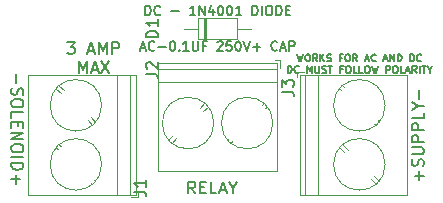
<source format=gbr>
%TF.GenerationSoftware,KiCad,Pcbnew,(6.0.7)*%
%TF.CreationDate,2022-10-05T08:21:53-05:00*%
%TF.ProjectId,SolenoidHandlerBoard,536f6c65-6e6f-4696-9448-616e646c6572,rev?*%
%TF.SameCoordinates,Original*%
%TF.FileFunction,Legend,Top*%
%TF.FilePolarity,Positive*%
%FSLAX46Y46*%
G04 Gerber Fmt 4.6, Leading zero omitted, Abs format (unit mm)*
G04 Created by KiCad (PCBNEW (6.0.7)) date 2022-10-05 08:21:53*
%MOMM*%
%LPD*%
G01*
G04 APERTURE LIST*
%ADD10C,0.150000*%
%ADD11C,0.120000*%
G04 APERTURE END LIST*
D10*
X116428571Y-90357142D02*
X116428571Y-91119047D01*
X116095238Y-91547619D02*
X116047619Y-91690476D01*
X116047619Y-91928571D01*
X116095238Y-92023809D01*
X116142857Y-92071428D01*
X116238095Y-92119047D01*
X116333333Y-92119047D01*
X116428571Y-92071428D01*
X116476190Y-92023809D01*
X116523809Y-91928571D01*
X116571428Y-91738095D01*
X116619047Y-91642857D01*
X116666666Y-91595238D01*
X116761904Y-91547619D01*
X116857142Y-91547619D01*
X116952380Y-91595238D01*
X117000000Y-91642857D01*
X117047619Y-91738095D01*
X117047619Y-91976190D01*
X117000000Y-92119047D01*
X117047619Y-92738095D02*
X117047619Y-92928571D01*
X117000000Y-93023809D01*
X116904761Y-93119047D01*
X116714285Y-93166666D01*
X116380952Y-93166666D01*
X116190476Y-93119047D01*
X116095238Y-93023809D01*
X116047619Y-92928571D01*
X116047619Y-92738095D01*
X116095238Y-92642857D01*
X116190476Y-92547619D01*
X116380952Y-92500000D01*
X116714285Y-92500000D01*
X116904761Y-92547619D01*
X117000000Y-92642857D01*
X117047619Y-92738095D01*
X116047619Y-94071428D02*
X116047619Y-93595238D01*
X117047619Y-93595238D01*
X116571428Y-94404761D02*
X116571428Y-94738095D01*
X116047619Y-94880952D02*
X116047619Y-94404761D01*
X117047619Y-94404761D01*
X117047619Y-94880952D01*
X116047619Y-95309523D02*
X117047619Y-95309523D01*
X116047619Y-95880952D01*
X117047619Y-95880952D01*
X117047619Y-96547619D02*
X117047619Y-96738095D01*
X117000000Y-96833333D01*
X116904761Y-96928571D01*
X116714285Y-96976190D01*
X116380952Y-96976190D01*
X116190476Y-96928571D01*
X116095238Y-96833333D01*
X116047619Y-96738095D01*
X116047619Y-96547619D01*
X116095238Y-96452380D01*
X116190476Y-96357142D01*
X116380952Y-96309523D01*
X116714285Y-96309523D01*
X116904761Y-96357142D01*
X117000000Y-96452380D01*
X117047619Y-96547619D01*
X116047619Y-97404761D02*
X117047619Y-97404761D01*
X116047619Y-97880952D02*
X117047619Y-97880952D01*
X117047619Y-98119047D01*
X117000000Y-98261904D01*
X116904761Y-98357142D01*
X116809523Y-98404761D01*
X116619047Y-98452380D01*
X116476190Y-98452380D01*
X116285714Y-98404761D01*
X116190476Y-98357142D01*
X116095238Y-98261904D01*
X116047619Y-98119047D01*
X116047619Y-97880952D01*
X116428571Y-98880952D02*
X116428571Y-99642857D01*
X116047619Y-99261904D02*
X116809523Y-99261904D01*
X131595238Y-100452380D02*
X131261904Y-99976190D01*
X131023809Y-100452380D02*
X131023809Y-99452380D01*
X131404761Y-99452380D01*
X131500000Y-99500000D01*
X131547619Y-99547619D01*
X131595238Y-99642857D01*
X131595238Y-99785714D01*
X131547619Y-99880952D01*
X131500000Y-99928571D01*
X131404761Y-99976190D01*
X131023809Y-99976190D01*
X132023809Y-99928571D02*
X132357142Y-99928571D01*
X132500000Y-100452380D02*
X132023809Y-100452380D01*
X132023809Y-99452380D01*
X132500000Y-99452380D01*
X133404761Y-100452380D02*
X132928571Y-100452380D01*
X132928571Y-99452380D01*
X133690476Y-100166666D02*
X134166666Y-100166666D01*
X133595238Y-100452380D02*
X133928571Y-99452380D01*
X134261904Y-100452380D01*
X134785714Y-99976190D02*
X134785714Y-100452380D01*
X134452380Y-99452380D02*
X134785714Y-99976190D01*
X135119047Y-99452380D01*
X127385714Y-85361904D02*
X127385714Y-84561904D01*
X127576190Y-84561904D01*
X127690476Y-84600000D01*
X127766666Y-84676190D01*
X127804761Y-84752380D01*
X127842857Y-84904761D01*
X127842857Y-85019047D01*
X127804761Y-85171428D01*
X127766666Y-85247619D01*
X127690476Y-85323809D01*
X127576190Y-85361904D01*
X127385714Y-85361904D01*
X128642857Y-85285714D02*
X128604761Y-85323809D01*
X128490476Y-85361904D01*
X128414285Y-85361904D01*
X128300000Y-85323809D01*
X128223809Y-85247619D01*
X128185714Y-85171428D01*
X128147619Y-85019047D01*
X128147619Y-84904761D01*
X128185714Y-84752380D01*
X128223809Y-84676190D01*
X128300000Y-84600000D01*
X128414285Y-84561904D01*
X128490476Y-84561904D01*
X128604761Y-84600000D01*
X128642857Y-84638095D01*
X129595238Y-85057142D02*
X130204761Y-85057142D01*
X131614285Y-85361904D02*
X131157142Y-85361904D01*
X131385714Y-85361904D02*
X131385714Y-84561904D01*
X131309523Y-84676190D01*
X131233333Y-84752380D01*
X131157142Y-84790476D01*
X131957142Y-85361904D02*
X131957142Y-84561904D01*
X132414285Y-85361904D01*
X132414285Y-84561904D01*
X133138095Y-84828571D02*
X133138095Y-85361904D01*
X132947619Y-84523809D02*
X132757142Y-85095238D01*
X133252380Y-85095238D01*
X133709523Y-84561904D02*
X133785714Y-84561904D01*
X133861904Y-84600000D01*
X133900000Y-84638095D01*
X133938095Y-84714285D01*
X133976190Y-84866666D01*
X133976190Y-85057142D01*
X133938095Y-85209523D01*
X133900000Y-85285714D01*
X133861904Y-85323809D01*
X133785714Y-85361904D01*
X133709523Y-85361904D01*
X133633333Y-85323809D01*
X133595238Y-85285714D01*
X133557142Y-85209523D01*
X133519047Y-85057142D01*
X133519047Y-84866666D01*
X133557142Y-84714285D01*
X133595238Y-84638095D01*
X133633333Y-84600000D01*
X133709523Y-84561904D01*
X134471428Y-84561904D02*
X134547619Y-84561904D01*
X134623809Y-84600000D01*
X134661904Y-84638095D01*
X134700000Y-84714285D01*
X134738095Y-84866666D01*
X134738095Y-85057142D01*
X134700000Y-85209523D01*
X134661904Y-85285714D01*
X134623809Y-85323809D01*
X134547619Y-85361904D01*
X134471428Y-85361904D01*
X134395238Y-85323809D01*
X134357142Y-85285714D01*
X134319047Y-85209523D01*
X134280952Y-85057142D01*
X134280952Y-84866666D01*
X134319047Y-84714285D01*
X134357142Y-84638095D01*
X134395238Y-84600000D01*
X134471428Y-84561904D01*
X135500000Y-85361904D02*
X135042857Y-85361904D01*
X135271428Y-85361904D02*
X135271428Y-84561904D01*
X135195238Y-84676190D01*
X135119047Y-84752380D01*
X135042857Y-84790476D01*
X136452380Y-85361904D02*
X136452380Y-84561904D01*
X136642857Y-84561904D01*
X136757142Y-84600000D01*
X136833333Y-84676190D01*
X136871428Y-84752380D01*
X136909523Y-84904761D01*
X136909523Y-85019047D01*
X136871428Y-85171428D01*
X136833333Y-85247619D01*
X136757142Y-85323809D01*
X136642857Y-85361904D01*
X136452380Y-85361904D01*
X137252380Y-85361904D02*
X137252380Y-84561904D01*
X137785714Y-84561904D02*
X137938095Y-84561904D01*
X138014285Y-84600000D01*
X138090476Y-84676190D01*
X138128571Y-84828571D01*
X138128571Y-85095238D01*
X138090476Y-85247619D01*
X138014285Y-85323809D01*
X137938095Y-85361904D01*
X137785714Y-85361904D01*
X137709523Y-85323809D01*
X137633333Y-85247619D01*
X137595238Y-85095238D01*
X137595238Y-84828571D01*
X137633333Y-84676190D01*
X137709523Y-84600000D01*
X137785714Y-84561904D01*
X138471428Y-85361904D02*
X138471428Y-84561904D01*
X138661904Y-84561904D01*
X138776190Y-84600000D01*
X138852380Y-84676190D01*
X138890476Y-84752380D01*
X138928571Y-84904761D01*
X138928571Y-85019047D01*
X138890476Y-85171428D01*
X138852380Y-85247619D01*
X138776190Y-85323809D01*
X138661904Y-85361904D01*
X138471428Y-85361904D01*
X139271428Y-84942857D02*
X139538095Y-84942857D01*
X139652380Y-85361904D02*
X139271428Y-85361904D01*
X139271428Y-84561904D01*
X139652380Y-84561904D01*
X140228571Y-88688428D02*
X140371428Y-89288428D01*
X140485714Y-88859857D01*
X140600000Y-89288428D01*
X140742857Y-88688428D01*
X141085714Y-88688428D02*
X141200000Y-88688428D01*
X141257142Y-88717000D01*
X141314285Y-88774142D01*
X141342857Y-88888428D01*
X141342857Y-89088428D01*
X141314285Y-89202714D01*
X141257142Y-89259857D01*
X141200000Y-89288428D01*
X141085714Y-89288428D01*
X141028571Y-89259857D01*
X140971428Y-89202714D01*
X140942857Y-89088428D01*
X140942857Y-88888428D01*
X140971428Y-88774142D01*
X141028571Y-88717000D01*
X141085714Y-88688428D01*
X141942857Y-89288428D02*
X141742857Y-89002714D01*
X141600000Y-89288428D02*
X141600000Y-88688428D01*
X141828571Y-88688428D01*
X141885714Y-88717000D01*
X141914285Y-88745571D01*
X141942857Y-88802714D01*
X141942857Y-88888428D01*
X141914285Y-88945571D01*
X141885714Y-88974142D01*
X141828571Y-89002714D01*
X141600000Y-89002714D01*
X142200000Y-89288428D02*
X142200000Y-88688428D01*
X142542857Y-89288428D02*
X142285714Y-88945571D01*
X142542857Y-88688428D02*
X142200000Y-89031285D01*
X142771428Y-89259857D02*
X142857142Y-89288428D01*
X143000000Y-89288428D01*
X143057142Y-89259857D01*
X143085714Y-89231285D01*
X143114285Y-89174142D01*
X143114285Y-89117000D01*
X143085714Y-89059857D01*
X143057142Y-89031285D01*
X143000000Y-89002714D01*
X142885714Y-88974142D01*
X142828571Y-88945571D01*
X142800000Y-88917000D01*
X142771428Y-88859857D01*
X142771428Y-88802714D01*
X142800000Y-88745571D01*
X142828571Y-88717000D01*
X142885714Y-88688428D01*
X143028571Y-88688428D01*
X143114285Y-88717000D01*
X144028571Y-88974142D02*
X143828571Y-88974142D01*
X143828571Y-89288428D02*
X143828571Y-88688428D01*
X144114285Y-88688428D01*
X144457142Y-88688428D02*
X144571428Y-88688428D01*
X144628571Y-88717000D01*
X144685714Y-88774142D01*
X144714285Y-88888428D01*
X144714285Y-89088428D01*
X144685714Y-89202714D01*
X144628571Y-89259857D01*
X144571428Y-89288428D01*
X144457142Y-89288428D01*
X144400000Y-89259857D01*
X144342857Y-89202714D01*
X144314285Y-89088428D01*
X144314285Y-88888428D01*
X144342857Y-88774142D01*
X144400000Y-88717000D01*
X144457142Y-88688428D01*
X145314285Y-89288428D02*
X145114285Y-89002714D01*
X144971428Y-89288428D02*
X144971428Y-88688428D01*
X145200000Y-88688428D01*
X145257142Y-88717000D01*
X145285714Y-88745571D01*
X145314285Y-88802714D01*
X145314285Y-88888428D01*
X145285714Y-88945571D01*
X145257142Y-88974142D01*
X145200000Y-89002714D01*
X144971428Y-89002714D01*
X146000000Y-89117000D02*
X146285714Y-89117000D01*
X145942857Y-89288428D02*
X146142857Y-88688428D01*
X146342857Y-89288428D01*
X146885714Y-89231285D02*
X146857142Y-89259857D01*
X146771428Y-89288428D01*
X146714285Y-89288428D01*
X146628571Y-89259857D01*
X146571428Y-89202714D01*
X146542857Y-89145571D01*
X146514285Y-89031285D01*
X146514285Y-88945571D01*
X146542857Y-88831285D01*
X146571428Y-88774142D01*
X146628571Y-88717000D01*
X146714285Y-88688428D01*
X146771428Y-88688428D01*
X146857142Y-88717000D01*
X146885714Y-88745571D01*
X147571428Y-89117000D02*
X147857142Y-89117000D01*
X147514285Y-89288428D02*
X147714285Y-88688428D01*
X147914285Y-89288428D01*
X148114285Y-89288428D02*
X148114285Y-88688428D01*
X148457142Y-89288428D01*
X148457142Y-88688428D01*
X148742857Y-89288428D02*
X148742857Y-88688428D01*
X148885714Y-88688428D01*
X148971428Y-88717000D01*
X149028571Y-88774142D01*
X149057142Y-88831285D01*
X149085714Y-88945571D01*
X149085714Y-89031285D01*
X149057142Y-89145571D01*
X149028571Y-89202714D01*
X148971428Y-89259857D01*
X148885714Y-89288428D01*
X148742857Y-89288428D01*
X149800000Y-89288428D02*
X149800000Y-88688428D01*
X149942857Y-88688428D01*
X150028571Y-88717000D01*
X150085714Y-88774142D01*
X150114285Y-88831285D01*
X150142857Y-88945571D01*
X150142857Y-89031285D01*
X150114285Y-89145571D01*
X150085714Y-89202714D01*
X150028571Y-89259857D01*
X149942857Y-89288428D01*
X149800000Y-89288428D01*
X150742857Y-89231285D02*
X150714285Y-89259857D01*
X150628571Y-89288428D01*
X150571428Y-89288428D01*
X150485714Y-89259857D01*
X150428571Y-89202714D01*
X150400000Y-89145571D01*
X150371428Y-89031285D01*
X150371428Y-88945571D01*
X150400000Y-88831285D01*
X150428571Y-88774142D01*
X150485714Y-88717000D01*
X150571428Y-88688428D01*
X150628571Y-88688428D01*
X150714285Y-88717000D01*
X150742857Y-88745571D01*
X139428571Y-90254428D02*
X139428571Y-89654428D01*
X139571428Y-89654428D01*
X139657142Y-89683000D01*
X139714285Y-89740142D01*
X139742857Y-89797285D01*
X139771428Y-89911571D01*
X139771428Y-89997285D01*
X139742857Y-90111571D01*
X139714285Y-90168714D01*
X139657142Y-90225857D01*
X139571428Y-90254428D01*
X139428571Y-90254428D01*
X140371428Y-90197285D02*
X140342857Y-90225857D01*
X140257142Y-90254428D01*
X140200000Y-90254428D01*
X140114285Y-90225857D01*
X140057142Y-90168714D01*
X140028571Y-90111571D01*
X140000000Y-89997285D01*
X140000000Y-89911571D01*
X140028571Y-89797285D01*
X140057142Y-89740142D01*
X140114285Y-89683000D01*
X140200000Y-89654428D01*
X140257142Y-89654428D01*
X140342857Y-89683000D01*
X140371428Y-89711571D01*
X141085714Y-90254428D02*
X141085714Y-89654428D01*
X141285714Y-90083000D01*
X141485714Y-89654428D01*
X141485714Y-90254428D01*
X141771428Y-89654428D02*
X141771428Y-90140142D01*
X141800000Y-90197285D01*
X141828571Y-90225857D01*
X141885714Y-90254428D01*
X142000000Y-90254428D01*
X142057142Y-90225857D01*
X142085714Y-90197285D01*
X142114285Y-90140142D01*
X142114285Y-89654428D01*
X142371428Y-90225857D02*
X142457142Y-90254428D01*
X142600000Y-90254428D01*
X142657142Y-90225857D01*
X142685714Y-90197285D01*
X142714285Y-90140142D01*
X142714285Y-90083000D01*
X142685714Y-90025857D01*
X142657142Y-89997285D01*
X142600000Y-89968714D01*
X142485714Y-89940142D01*
X142428571Y-89911571D01*
X142400000Y-89883000D01*
X142371428Y-89825857D01*
X142371428Y-89768714D01*
X142400000Y-89711571D01*
X142428571Y-89683000D01*
X142485714Y-89654428D01*
X142628571Y-89654428D01*
X142714285Y-89683000D01*
X142885714Y-89654428D02*
X143228571Y-89654428D01*
X143057142Y-90254428D02*
X143057142Y-89654428D01*
X144085714Y-89940142D02*
X143885714Y-89940142D01*
X143885714Y-90254428D02*
X143885714Y-89654428D01*
X144171428Y-89654428D01*
X144514285Y-89654428D02*
X144628571Y-89654428D01*
X144685714Y-89683000D01*
X144742857Y-89740142D01*
X144771428Y-89854428D01*
X144771428Y-90054428D01*
X144742857Y-90168714D01*
X144685714Y-90225857D01*
X144628571Y-90254428D01*
X144514285Y-90254428D01*
X144457142Y-90225857D01*
X144400000Y-90168714D01*
X144371428Y-90054428D01*
X144371428Y-89854428D01*
X144400000Y-89740142D01*
X144457142Y-89683000D01*
X144514285Y-89654428D01*
X145314285Y-90254428D02*
X145028571Y-90254428D01*
X145028571Y-89654428D01*
X145800000Y-90254428D02*
X145514285Y-90254428D01*
X145514285Y-89654428D01*
X146114285Y-89654428D02*
X146228571Y-89654428D01*
X146285714Y-89683000D01*
X146342857Y-89740142D01*
X146371428Y-89854428D01*
X146371428Y-90054428D01*
X146342857Y-90168714D01*
X146285714Y-90225857D01*
X146228571Y-90254428D01*
X146114285Y-90254428D01*
X146057142Y-90225857D01*
X146000000Y-90168714D01*
X145971428Y-90054428D01*
X145971428Y-89854428D01*
X146000000Y-89740142D01*
X146057142Y-89683000D01*
X146114285Y-89654428D01*
X146571428Y-89654428D02*
X146714285Y-90254428D01*
X146828571Y-89825857D01*
X146942857Y-90254428D01*
X147085714Y-89654428D01*
X147771428Y-90254428D02*
X147771428Y-89654428D01*
X148000000Y-89654428D01*
X148057142Y-89683000D01*
X148085714Y-89711571D01*
X148114285Y-89768714D01*
X148114285Y-89854428D01*
X148085714Y-89911571D01*
X148057142Y-89940142D01*
X148000000Y-89968714D01*
X147771428Y-89968714D01*
X148485714Y-89654428D02*
X148600000Y-89654428D01*
X148657142Y-89683000D01*
X148714285Y-89740142D01*
X148742857Y-89854428D01*
X148742857Y-90054428D01*
X148714285Y-90168714D01*
X148657142Y-90225857D01*
X148600000Y-90254428D01*
X148485714Y-90254428D01*
X148428571Y-90225857D01*
X148371428Y-90168714D01*
X148342857Y-90054428D01*
X148342857Y-89854428D01*
X148371428Y-89740142D01*
X148428571Y-89683000D01*
X148485714Y-89654428D01*
X149285714Y-90254428D02*
X149000000Y-90254428D01*
X149000000Y-89654428D01*
X149457142Y-90083000D02*
X149742857Y-90083000D01*
X149400000Y-90254428D02*
X149600000Y-89654428D01*
X149800000Y-90254428D01*
X150342857Y-90254428D02*
X150142857Y-89968714D01*
X150000000Y-90254428D02*
X150000000Y-89654428D01*
X150228571Y-89654428D01*
X150285714Y-89683000D01*
X150314285Y-89711571D01*
X150342857Y-89768714D01*
X150342857Y-89854428D01*
X150314285Y-89911571D01*
X150285714Y-89940142D01*
X150228571Y-89968714D01*
X150000000Y-89968714D01*
X150600000Y-90254428D02*
X150600000Y-89654428D01*
X150800000Y-89654428D02*
X151142857Y-89654428D01*
X150971428Y-90254428D02*
X150971428Y-89654428D01*
X151457142Y-89968714D02*
X151457142Y-90254428D01*
X151257142Y-89654428D02*
X151457142Y-89968714D01*
X151657142Y-89654428D01*
X126966666Y-88133333D02*
X127347619Y-88133333D01*
X126890476Y-88361904D02*
X127157142Y-87561904D01*
X127423809Y-88361904D01*
X128147619Y-88285714D02*
X128109523Y-88323809D01*
X127995238Y-88361904D01*
X127919047Y-88361904D01*
X127804761Y-88323809D01*
X127728571Y-88247619D01*
X127690476Y-88171428D01*
X127652380Y-88019047D01*
X127652380Y-87904761D01*
X127690476Y-87752380D01*
X127728571Y-87676190D01*
X127804761Y-87600000D01*
X127919047Y-87561904D01*
X127995238Y-87561904D01*
X128109523Y-87600000D01*
X128147619Y-87638095D01*
X128490476Y-88057142D02*
X129100000Y-88057142D01*
X129633333Y-87561904D02*
X129709523Y-87561904D01*
X129785714Y-87600000D01*
X129823809Y-87638095D01*
X129861904Y-87714285D01*
X129900000Y-87866666D01*
X129900000Y-88057142D01*
X129861904Y-88209523D01*
X129823809Y-88285714D01*
X129785714Y-88323809D01*
X129709523Y-88361904D01*
X129633333Y-88361904D01*
X129557142Y-88323809D01*
X129519047Y-88285714D01*
X129480952Y-88209523D01*
X129442857Y-88057142D01*
X129442857Y-87866666D01*
X129480952Y-87714285D01*
X129519047Y-87638095D01*
X129557142Y-87600000D01*
X129633333Y-87561904D01*
X130242857Y-88285714D02*
X130280952Y-88323809D01*
X130242857Y-88361904D01*
X130204761Y-88323809D01*
X130242857Y-88285714D01*
X130242857Y-88361904D01*
X131042857Y-88361904D02*
X130585714Y-88361904D01*
X130814285Y-88361904D02*
X130814285Y-87561904D01*
X130738095Y-87676190D01*
X130661904Y-87752380D01*
X130585714Y-87790476D01*
X131385714Y-87561904D02*
X131385714Y-88209523D01*
X131423809Y-88285714D01*
X131461904Y-88323809D01*
X131538095Y-88361904D01*
X131690476Y-88361904D01*
X131766666Y-88323809D01*
X131804761Y-88285714D01*
X131842857Y-88209523D01*
X131842857Y-87561904D01*
X132490476Y-87942857D02*
X132223809Y-87942857D01*
X132223809Y-88361904D02*
X132223809Y-87561904D01*
X132604761Y-87561904D01*
X133480952Y-87638095D02*
X133519047Y-87600000D01*
X133595238Y-87561904D01*
X133785714Y-87561904D01*
X133861904Y-87600000D01*
X133900000Y-87638095D01*
X133938095Y-87714285D01*
X133938095Y-87790476D01*
X133900000Y-87904761D01*
X133442857Y-88361904D01*
X133938095Y-88361904D01*
X134661904Y-87561904D02*
X134280952Y-87561904D01*
X134242857Y-87942857D01*
X134280952Y-87904761D01*
X134357142Y-87866666D01*
X134547619Y-87866666D01*
X134623809Y-87904761D01*
X134661904Y-87942857D01*
X134700000Y-88019047D01*
X134700000Y-88209523D01*
X134661904Y-88285714D01*
X134623809Y-88323809D01*
X134547619Y-88361904D01*
X134357142Y-88361904D01*
X134280952Y-88323809D01*
X134242857Y-88285714D01*
X135195238Y-87561904D02*
X135271428Y-87561904D01*
X135347619Y-87600000D01*
X135385714Y-87638095D01*
X135423809Y-87714285D01*
X135461904Y-87866666D01*
X135461904Y-88057142D01*
X135423809Y-88209523D01*
X135385714Y-88285714D01*
X135347619Y-88323809D01*
X135271428Y-88361904D01*
X135195238Y-88361904D01*
X135119047Y-88323809D01*
X135080952Y-88285714D01*
X135042857Y-88209523D01*
X135004761Y-88057142D01*
X135004761Y-87866666D01*
X135042857Y-87714285D01*
X135080952Y-87638095D01*
X135119047Y-87600000D01*
X135195238Y-87561904D01*
X135690476Y-87561904D02*
X135957142Y-88361904D01*
X136223809Y-87561904D01*
X136490476Y-88057142D02*
X137100000Y-88057142D01*
X136795238Y-88361904D02*
X136795238Y-87752380D01*
X138547619Y-88285714D02*
X138509523Y-88323809D01*
X138395238Y-88361904D01*
X138319047Y-88361904D01*
X138204761Y-88323809D01*
X138128571Y-88247619D01*
X138090476Y-88171428D01*
X138052380Y-88019047D01*
X138052380Y-87904761D01*
X138090476Y-87752380D01*
X138128571Y-87676190D01*
X138204761Y-87600000D01*
X138319047Y-87561904D01*
X138395238Y-87561904D01*
X138509523Y-87600000D01*
X138547619Y-87638095D01*
X138852380Y-88133333D02*
X139233333Y-88133333D01*
X138776190Y-88361904D02*
X139042857Y-87561904D01*
X139309523Y-88361904D01*
X139576190Y-88361904D02*
X139576190Y-87561904D01*
X139880952Y-87561904D01*
X139957142Y-87600000D01*
X139995238Y-87638095D01*
X140033333Y-87714285D01*
X140033333Y-87828571D01*
X139995238Y-87904761D01*
X139957142Y-87942857D01*
X139880952Y-87980952D01*
X139576190Y-87980952D01*
X150571428Y-99333333D02*
X150571428Y-98571428D01*
X150952380Y-98952380D02*
X150190476Y-98952380D01*
X150904761Y-98142857D02*
X150952380Y-98000000D01*
X150952380Y-97761904D01*
X150904761Y-97666666D01*
X150857142Y-97619047D01*
X150761904Y-97571428D01*
X150666666Y-97571428D01*
X150571428Y-97619047D01*
X150523809Y-97666666D01*
X150476190Y-97761904D01*
X150428571Y-97952380D01*
X150380952Y-98047619D01*
X150333333Y-98095238D01*
X150238095Y-98142857D01*
X150142857Y-98142857D01*
X150047619Y-98095238D01*
X150000000Y-98047619D01*
X149952380Y-97952380D01*
X149952380Y-97714285D01*
X150000000Y-97571428D01*
X149952380Y-97142857D02*
X150761904Y-97142857D01*
X150857142Y-97095238D01*
X150904761Y-97047619D01*
X150952380Y-96952380D01*
X150952380Y-96761904D01*
X150904761Y-96666666D01*
X150857142Y-96619047D01*
X150761904Y-96571428D01*
X149952380Y-96571428D01*
X150952380Y-96095238D02*
X149952380Y-96095238D01*
X149952380Y-95714285D01*
X150000000Y-95619047D01*
X150047619Y-95571428D01*
X150142857Y-95523809D01*
X150285714Y-95523809D01*
X150380952Y-95571428D01*
X150428571Y-95619047D01*
X150476190Y-95714285D01*
X150476190Y-96095238D01*
X150952380Y-95095238D02*
X149952380Y-95095238D01*
X149952380Y-94714285D01*
X150000000Y-94619047D01*
X150047619Y-94571428D01*
X150142857Y-94523809D01*
X150285714Y-94523809D01*
X150380952Y-94571428D01*
X150428571Y-94619047D01*
X150476190Y-94714285D01*
X150476190Y-95095238D01*
X150952380Y-93619047D02*
X150952380Y-94095238D01*
X149952380Y-94095238D01*
X150476190Y-93095238D02*
X150952380Y-93095238D01*
X149952380Y-93428571D02*
X150476190Y-93095238D01*
X149952380Y-92761904D01*
X150571428Y-92428571D02*
X150571428Y-91666666D01*
X120785714Y-87647380D02*
X121404761Y-87647380D01*
X121071428Y-88028333D01*
X121214285Y-88028333D01*
X121309523Y-88075952D01*
X121357142Y-88123571D01*
X121404761Y-88218809D01*
X121404761Y-88456904D01*
X121357142Y-88552142D01*
X121309523Y-88599761D01*
X121214285Y-88647380D01*
X120928571Y-88647380D01*
X120833333Y-88599761D01*
X120785714Y-88552142D01*
X122547619Y-88361666D02*
X123023809Y-88361666D01*
X122452380Y-88647380D02*
X122785714Y-87647380D01*
X123119047Y-88647380D01*
X123452380Y-88647380D02*
X123452380Y-87647380D01*
X123785714Y-88361666D01*
X124119047Y-87647380D01*
X124119047Y-88647380D01*
X124595238Y-88647380D02*
X124595238Y-87647380D01*
X124976190Y-87647380D01*
X125071428Y-87695000D01*
X125119047Y-87742619D01*
X125166666Y-87837857D01*
X125166666Y-87980714D01*
X125119047Y-88075952D01*
X125071428Y-88123571D01*
X124976190Y-88171190D01*
X124595238Y-88171190D01*
X121761904Y-90257380D02*
X121761904Y-89257380D01*
X122095238Y-89971666D01*
X122428571Y-89257380D01*
X122428571Y-90257380D01*
X122857142Y-89971666D02*
X123333333Y-89971666D01*
X122761904Y-90257380D02*
X123095238Y-89257380D01*
X123428571Y-90257380D01*
X123666666Y-89257380D02*
X124333333Y-90257380D01*
X124333333Y-89257380D02*
X123666666Y-90257380D01*
%TO.C,D1*%
X128452380Y-87238095D02*
X127452380Y-87238095D01*
X127452380Y-87000000D01*
X127500000Y-86857142D01*
X127595238Y-86761904D01*
X127690476Y-86714285D01*
X127880952Y-86666666D01*
X128023809Y-86666666D01*
X128214285Y-86714285D01*
X128309523Y-86761904D01*
X128404761Y-86857142D01*
X128452380Y-87000000D01*
X128452380Y-87238095D01*
X128452380Y-85714285D02*
X128452380Y-86285714D01*
X128452380Y-86000000D02*
X127452380Y-86000000D01*
X127595238Y-86095238D01*
X127690476Y-86190476D01*
X127738095Y-86285714D01*
%TO.C,J2*%
X127452380Y-90333333D02*
X128166666Y-90333333D01*
X128309523Y-90380952D01*
X128404761Y-90476190D01*
X128452380Y-90619047D01*
X128452380Y-90714285D01*
X127547619Y-89904761D02*
X127500000Y-89857142D01*
X127452380Y-89761904D01*
X127452380Y-89523809D01*
X127500000Y-89428571D01*
X127547619Y-89380952D01*
X127642857Y-89333333D01*
X127738095Y-89333333D01*
X127880952Y-89380952D01*
X128452380Y-89952380D01*
X128452380Y-89333333D01*
%TO.C,J3*%
X138952380Y-91833333D02*
X139666666Y-91833333D01*
X139809523Y-91880952D01*
X139904761Y-91976190D01*
X139952380Y-92119047D01*
X139952380Y-92214285D01*
X138952380Y-91452380D02*
X138952380Y-90833333D01*
X139333333Y-91166666D01*
X139333333Y-91023809D01*
X139380952Y-90928571D01*
X139428571Y-90880952D01*
X139523809Y-90833333D01*
X139761904Y-90833333D01*
X139857142Y-90880952D01*
X139904761Y-90928571D01*
X139952380Y-91023809D01*
X139952380Y-91309523D01*
X139904761Y-91404761D01*
X139857142Y-91452380D01*
%TO.C,J1*%
X126452380Y-100333333D02*
X127166666Y-100333333D01*
X127309523Y-100380952D01*
X127404761Y-100476190D01*
X127452380Y-100619047D01*
X127452380Y-100714285D01*
X127452380Y-99333333D02*
X127452380Y-99904761D01*
X127452380Y-99619047D02*
X126452380Y-99619047D01*
X126595238Y-99714285D01*
X126690476Y-99809523D01*
X126738095Y-99904761D01*
D11*
%TO.C,D1*%
X132311000Y-85580000D02*
X132311000Y-87420000D01*
X135135000Y-85580000D02*
X131855000Y-85580000D01*
X131855000Y-87420000D02*
X135135000Y-87420000D01*
X136315000Y-86500000D02*
X135135000Y-86500000D01*
X131855000Y-85580000D02*
X131855000Y-87420000D01*
X132551000Y-85580000D02*
X132551000Y-87420000D01*
X130675000Y-86500000D02*
X131855000Y-86500000D01*
X132431000Y-85580000D02*
X132431000Y-87420000D01*
X135135000Y-87420000D02*
X135135000Y-85580000D01*
%TO.C,J2*%
X138560000Y-91000000D02*
X128440000Y-91000000D01*
X129346000Y-95888000D02*
X129741000Y-95492000D01*
X138560000Y-98560000D02*
X138560000Y-89440000D01*
X138800000Y-89200000D02*
X138400000Y-89200000D01*
X138560000Y-89900000D02*
X128440000Y-89900000D01*
X134346000Y-95888000D02*
X134453000Y-95781000D01*
X132007000Y-93226000D02*
X132387000Y-92846000D01*
X128440000Y-98560000D02*
X128440000Y-89440000D01*
X129612000Y-96154000D02*
X129992000Y-95774000D01*
X134612000Y-96154000D02*
X134719000Y-96047000D01*
X138560000Y-98560000D02*
X128440000Y-98560000D01*
X137548000Y-93219000D02*
X137654000Y-93112000D01*
X138560000Y-89440000D02*
X128440000Y-89440000D01*
X137282000Y-92953000D02*
X137388000Y-92846000D01*
X138800000Y-89840000D02*
X138800000Y-89200000D01*
X132258000Y-93508000D02*
X132653000Y-93112000D01*
X138180000Y-94500000D02*
G75*
G03*
X138180000Y-94500000I-2180000J0D01*
G01*
X133180000Y-94500000D02*
G75*
G03*
X133180000Y-94500000I-2180000J0D01*
G01*
%TO.C,J3*%
X149560000Y-90440000D02*
X149560000Y-100560000D01*
X143953000Y-91718000D02*
X143846000Y-91612000D01*
X140440000Y-90440000D02*
X140440000Y-100560000D01*
X147154000Y-94388000D02*
X147047000Y-94281000D01*
X146888000Y-94654000D02*
X146781000Y-94547000D01*
X146888000Y-99654000D02*
X146492000Y-99259000D01*
X147154000Y-99388000D02*
X146774000Y-99008000D01*
X149560000Y-90440000D02*
X140440000Y-90440000D01*
X140900000Y-90440000D02*
X140900000Y-100560000D01*
X142000000Y-90440000D02*
X142000000Y-100560000D01*
X144508000Y-96742000D02*
X144112000Y-96347000D01*
X149560000Y-100560000D02*
X140440000Y-100560000D01*
X144219000Y-91452000D02*
X144112000Y-91346000D01*
X140840000Y-90200000D02*
X140200000Y-90200000D01*
X140200000Y-90200000D02*
X140200000Y-90600000D01*
X144226000Y-96993000D02*
X143846000Y-96613000D01*
X147680000Y-98000000D02*
G75*
G03*
X147680000Y-98000000I-2180000J0D01*
G01*
X147680000Y-93000000D02*
G75*
G03*
X147680000Y-93000000I-2180000J0D01*
G01*
%TO.C,J1*%
X123047000Y-99282000D02*
X123154000Y-99388000D01*
X122774000Y-94007000D02*
X123154000Y-94387000D01*
X125000000Y-100560000D02*
X125000000Y-90440000D01*
X126560000Y-100560000D02*
X126560000Y-90440000D01*
X126100000Y-100560000D02*
X126100000Y-90440000D01*
X117440000Y-100560000D02*
X126560000Y-100560000D01*
X126160000Y-100800000D02*
X126800000Y-100800000D01*
X120112000Y-91346000D02*
X120508000Y-91741000D01*
X117440000Y-100560000D02*
X117440000Y-90440000D01*
X126800000Y-100800000D02*
X126800000Y-100400000D01*
X120112000Y-96346000D02*
X120219000Y-96453000D01*
X122781000Y-99548000D02*
X122888000Y-99654000D01*
X122492000Y-94258000D02*
X122888000Y-94653000D01*
X119846000Y-96612000D02*
X119953000Y-96719000D01*
X117440000Y-90440000D02*
X126560000Y-90440000D01*
X119846000Y-91612000D02*
X120226000Y-91992000D01*
X123680000Y-93000000D02*
G75*
G03*
X123680000Y-93000000I-2180000J0D01*
G01*
X123680000Y-98000000D02*
G75*
G03*
X123680000Y-98000000I-2180000J0D01*
G01*
%TD*%
M02*

</source>
